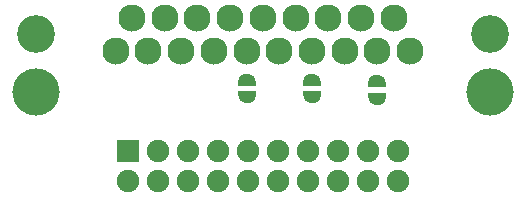
<source format=gbr>
G04 DipTrace 3.3.1.3*
G04 TopMask.gbr*
%MOIN*%
G04 #@! TF.FileFunction,Soldermask,Top*
G04 #@! TF.Part,Single*
%AMOUTLINE0*
4,1,14,
0.014815,0.01642,
0.022199,0.011571,
0.027295,0.00397,
0.029016,-0.005709,
0.029022,-0.019547,
-0.029022,-0.019547,
-0.029016,-0.005512,
-0.027685,0.002975,
-0.024241,0.010255,
-0.017575,0.016113,
-0.011514,0.018537,
-0.003232,0.019547,
0.003232,0.019547,
0.009293,0.018537,
0.014815,0.01642,
0*%
%AMOUTLINE1*
4,1,14,
-0.014815,-0.01642,
-0.022199,-0.011571,
-0.027295,-0.00397,
-0.029016,0.005709,
-0.029022,0.019547,
0.029022,0.019547,
0.029016,0.005512,
0.027685,-0.002975,
0.024241,-0.010255,
0.017575,-0.016113,
0.011514,-0.018537,
0.003232,-0.019547,
-0.003232,-0.019547,
-0.009293,-0.018537,
-0.014815,-0.01642,
0*%
%ADD22C,0.15748*%
%ADD23C,0.125984*%
%ADD26R,0.074803X0.074803*%
%ADD28C,0.074803*%
%ADD30C,0.090551*%
%ADD33OUTLINE0*%
%ADD34OUTLINE1*%
%FSLAX26Y26*%
G04*
G70*
G90*
G75*
G01*
G04 TopMask*
%LPD*%
D22*
X537814Y839059D3*
X2049664D3*
D30*
X1784467Y976761D3*
X1729940Y1088572D3*
X1675412Y976761D3*
X1620885Y1088572D3*
X1566357Y976761D3*
X1511830Y1088572D3*
X1457302Y976761D3*
X1402774Y1088572D3*
X1348247Y976761D3*
X1293719Y1088572D3*
X1239192Y976761D3*
X1184664Y1088572D3*
X1130137Y976761D3*
X1075609Y1088572D3*
X1021082Y976761D3*
X966554Y1088572D3*
X912026Y976761D3*
X857499Y1088572D3*
X802971Y976761D3*
D23*
X2049625Y1032667D3*
X537814D3*
D28*
X1743719Y643701D3*
Y543701D3*
X1643719Y643701D3*
Y543701D3*
X1543719Y643701D3*
Y543701D3*
X1443719Y643701D3*
Y543701D3*
X1343719Y643701D3*
Y543701D3*
X1243719Y643701D3*
Y543701D3*
X1143719Y643701D3*
Y543701D3*
X1043719Y643701D3*
Y543701D3*
X943719Y643701D3*
Y543701D3*
D26*
X843719Y643701D3*
D28*
Y543701D3*
D33*
X1240079Y881201D3*
D34*
Y823881D3*
X1674969Y818701D3*
D33*
Y876021D3*
X1457919Y881201D3*
D34*
Y823881D3*
M02*

</source>
